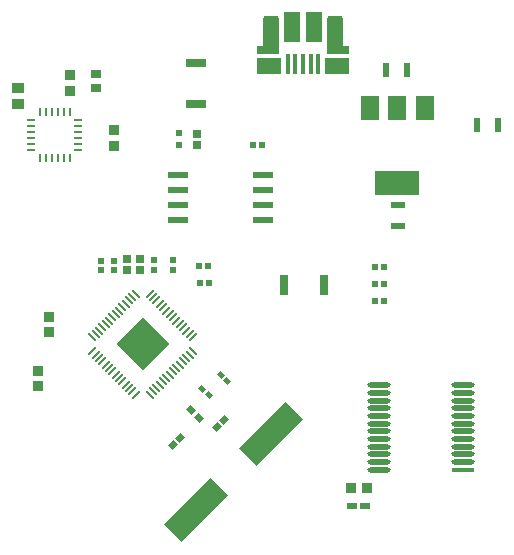
<source format=gtp>
G04*
G04 #@! TF.GenerationSoftware,Altium Limited,Altium Designer,22.11.1 (43)*
G04*
G04 Layer_Color=8421504*
%FSLAX25Y25*%
%MOIN*%
G70*
G04*
G04 #@! TF.SameCoordinates,256A903A-EE05-4266-A9F3-2A002FD68AA6*
G04*
G04*
G04 #@! TF.FilePolarity,Positive*
G04*
G01*
G75*
G04:AMPARAMS|DCode=19|XSize=42.69mil|YSize=42.69mil|CornerRadius=4.91mil|HoleSize=0mil|Usage=FLASHONLY|Rotation=45.000|XOffset=0mil|YOffset=0mil|HoleType=Round|Shape=RoundedRectangle|*
%AMROUNDEDRECTD19*
21,1,0.04269,0.03288,0,0,45.0*
21,1,0.03288,0.04269,0,0,45.0*
1,1,0.00982,0.02325,0.00000*
1,1,0.00982,0.00000,-0.02325*
1,1,0.00982,-0.02325,0.00000*
1,1,0.00982,0.00000,0.02325*
%
%ADD19ROUNDEDRECTD19*%
%ADD20R,0.01024X0.03110*%
%ADD21R,0.03110X0.01024*%
G04:AMPARAMS|DCode=22|XSize=220.47mil|YSize=82.68mil|CornerRadius=0mil|HoleSize=0mil|Usage=FLASHONLY|Rotation=45.000|XOffset=0mil|YOffset=0mil|HoleType=Round|Shape=Rectangle|*
%AMROTATEDRECTD22*
4,1,4,-0.04872,-0.10718,-0.10718,-0.04872,0.04872,0.10718,0.10718,0.04872,-0.04872,-0.10718,0.0*
%
%ADD22ROTATEDRECTD22*%

G04:AMPARAMS|DCode=23|XSize=76.91mil|YSize=17.01mil|CornerRadius=8.51mil|HoleSize=0mil|Usage=FLASHONLY|Rotation=180.000|XOffset=0mil|YOffset=0mil|HoleType=Round|Shape=RoundedRectangle|*
%AMROUNDEDRECTD23*
21,1,0.07691,0.00000,0,0,180.0*
21,1,0.05990,0.01701,0,0,180.0*
1,1,0.01701,-0.02995,0.00000*
1,1,0.01701,0.02995,0.00000*
1,1,0.01701,0.02995,0.00000*
1,1,0.01701,-0.02995,0.00000*
%
%ADD23ROUNDEDRECTD23*%
%ADD24R,0.07691X0.01701*%
G04:AMPARAMS|DCode=25|XSize=7.87mil|YSize=34.45mil|CornerRadius=0.98mil|HoleSize=0mil|Usage=FLASHONLY|Rotation=45.000|XOffset=0mil|YOffset=0mil|HoleType=Round|Shape=RoundedRectangle|*
%AMROUNDEDRECTD25*
21,1,0.00787,0.03248,0,0,45.0*
21,1,0.00591,0.03445,0,0,45.0*
1,1,0.00197,0.01357,-0.00940*
1,1,0.00197,0.00940,-0.01357*
1,1,0.00197,-0.01357,0.00940*
1,1,0.00197,-0.00940,0.01357*
%
%ADD25ROUNDEDRECTD25*%
G04:AMPARAMS|DCode=26|XSize=34.45mil|YSize=7.87mil|CornerRadius=0.98mil|HoleSize=0mil|Usage=FLASHONLY|Rotation=45.000|XOffset=0mil|YOffset=0mil|HoleType=Round|Shape=RoundedRectangle|*
%AMROUNDEDRECTD26*
21,1,0.03445,0.00591,0,0,45.0*
21,1,0.03248,0.00787,0,0,45.0*
1,1,0.00197,0.01357,0.00940*
1,1,0.00197,-0.00940,-0.01357*
1,1,0.00197,-0.01357,-0.00940*
1,1,0.00197,0.00940,0.01357*
%
%ADD26ROUNDEDRECTD26*%
G04:AMPARAMS|DCode=27|XSize=125.98mil|YSize=125.98mil|CornerRadius=2.52mil|HoleSize=0mil|Usage=FLASHONLY|Rotation=45.000|XOffset=0mil|YOffset=0mil|HoleType=Round|Shape=RoundedRectangle|*
%AMROUNDEDRECTD27*
21,1,0.12598,0.12095,0,0,45.0*
21,1,0.12095,0.12598,0,0,45.0*
1,1,0.00504,0.08552,0.00000*
1,1,0.00504,0.00000,-0.08552*
1,1,0.00504,-0.08552,0.00000*
1,1,0.00504,0.00000,0.08552*
%
%ADD27ROUNDEDRECTD27*%
G04:AMPARAMS|DCode=28|XSize=63.39mil|YSize=22.84mil|CornerRadius=2.85mil|HoleSize=0mil|Usage=FLASHONLY|Rotation=0.000|XOffset=0mil|YOffset=0mil|HoleType=Round|Shape=RoundedRectangle|*
%AMROUNDEDRECTD28*
21,1,0.06339,0.01713,0,0,0.0*
21,1,0.05768,0.02284,0,0,0.0*
1,1,0.00571,0.02884,-0.00856*
1,1,0.00571,-0.02884,-0.00856*
1,1,0.00571,-0.02884,0.00856*
1,1,0.00571,0.02884,0.00856*
%
%ADD28ROUNDEDRECTD28*%
%ADD29R,0.03150X0.06693*%
%ADD30R,0.06693X0.03150*%
%ADD31R,0.03568X0.03366*%
G04:AMPARAMS|DCode=32|XSize=19.68mil|YSize=23.62mil|CornerRadius=0mil|HoleSize=0mil|Usage=FLASHONLY|Rotation=225.000|XOffset=0mil|YOffset=0mil|HoleType=Round|Shape=Rectangle|*
%AMROTATEDRECTD32*
4,1,4,-0.00139,0.01531,0.01531,-0.00139,0.00139,-0.01531,-0.01531,0.00139,-0.00139,0.01531,0.0*
%
%ADD32ROTATEDRECTD32*%

%ADD33R,0.02559X0.02756*%
%ADD34R,0.01968X0.02362*%
%ADD35R,0.07185X0.02756*%
G04:AMPARAMS|DCode=36|XSize=51.18mil|YSize=127.95mil|CornerRadius=7.68mil|HoleSize=0mil|Usage=FLASHONLY|Rotation=180.000|XOffset=0mil|YOffset=0mil|HoleType=Round|Shape=RoundedRectangle|*
%AMROUNDEDRECTD36*
21,1,0.05118,0.11260,0,0,180.0*
21,1,0.03583,0.12795,0,0,180.0*
1,1,0.01535,-0.01791,0.05630*
1,1,0.01535,0.01791,0.05630*
1,1,0.01535,0.01791,-0.05630*
1,1,0.01535,-0.01791,-0.05630*
%
%ADD36ROUNDEDRECTD36*%
%ADD37R,0.07874X0.05748*%
%ADD38R,0.01575X0.06890*%
%ADD39R,0.05610X0.09843*%
%ADD40R,0.03543X0.03347*%
%ADD41R,0.03937X0.03543*%
%ADD42R,0.03543X0.02953*%
%ADD43R,0.03740X0.02165*%
%ADD44R,0.03347X0.03543*%
%ADD45R,0.02362X0.04921*%
%ADD46R,0.02029X0.01860*%
G04:AMPARAMS|DCode=47|XSize=20.29mil|YSize=18.6mil|CornerRadius=0mil|HoleSize=0mil|Usage=FLASHONLY|Rotation=315.000|XOffset=0mil|YOffset=0mil|HoleType=Round|Shape=Rectangle|*
%AMROTATEDRECTD47*
4,1,4,-0.01375,0.00060,-0.00060,0.01375,0.01375,-0.00060,0.00060,-0.01375,-0.01375,0.00060,0.0*
%
%ADD47ROTATEDRECTD47*%

%ADD48R,0.02254X0.02423*%
%ADD49R,0.01860X0.02029*%
%ADD50R,0.04921X0.02362*%
G04:AMPARAMS|DCode=51|XSize=24.23mil|YSize=22.54mil|CornerRadius=0mil|HoleSize=0mil|Usage=FLASHONLY|Rotation=45.000|XOffset=0mil|YOffset=0mil|HoleType=Round|Shape=Rectangle|*
%AMROTATEDRECTD51*
4,1,4,-0.00060,-0.01653,-0.01653,-0.00060,0.00060,0.01653,0.01653,0.00060,-0.00060,-0.01653,0.0*
%
%ADD51ROTATEDRECTD51*%

%ADD52R,0.05906X0.07874*%
%ADD53R,0.14961X0.07874*%
D19*
X-134842Y-101488D02*
D03*
X-138391Y-97938D02*
D03*
Y-105037D02*
D03*
X-141941Y-101488D02*
D03*
D20*
X-172638Y-39547D02*
D03*
X-170669D02*
D03*
X-168701D02*
D03*
X-166732D02*
D03*
X-164764D02*
D03*
X-162795D02*
D03*
Y-24035D02*
D03*
X-164764D02*
D03*
X-166732D02*
D03*
X-168701D02*
D03*
X-170669D02*
D03*
X-172638D02*
D03*
D21*
X-159961Y-36713D02*
D03*
Y-34744D02*
D03*
Y-32776D02*
D03*
Y-30807D02*
D03*
Y-28839D02*
D03*
Y-26870D02*
D03*
X-175472D02*
D03*
Y-28839D02*
D03*
Y-30807D02*
D03*
Y-32776D02*
D03*
Y-34744D02*
D03*
Y-36713D02*
D03*
D22*
X-120626Y-156613D02*
D03*
X-95571Y-131558D02*
D03*
D23*
X-59548Y-143307D02*
D03*
Y-140748D02*
D03*
Y-138189D02*
D03*
Y-135630D02*
D03*
Y-133071D02*
D03*
Y-130512D02*
D03*
Y-127953D02*
D03*
Y-125394D02*
D03*
Y-122835D02*
D03*
Y-120276D02*
D03*
Y-117717D02*
D03*
Y-115157D02*
D03*
X-31790D02*
D03*
Y-117717D02*
D03*
Y-120276D02*
D03*
Y-122835D02*
D03*
Y-125394D02*
D03*
Y-127953D02*
D03*
Y-130512D02*
D03*
Y-133071D02*
D03*
Y-135630D02*
D03*
Y-138189D02*
D03*
Y-140748D02*
D03*
D24*
Y-143307D02*
D03*
D25*
X-155199Y-99156D02*
D03*
X-154086Y-98043D02*
D03*
X-152972Y-96929D02*
D03*
X-151858Y-95816D02*
D03*
X-150745Y-94702D02*
D03*
X-149631Y-93589D02*
D03*
X-148518Y-92475D02*
D03*
X-147404Y-91361D02*
D03*
X-146291Y-90248D02*
D03*
X-145177Y-89134D02*
D03*
X-144064Y-88021D02*
D03*
X-142950Y-86907D02*
D03*
X-141837Y-85794D02*
D03*
X-140723Y-84680D02*
D03*
X-121584Y-103819D02*
D03*
X-122697Y-104933D02*
D03*
X-123811Y-106046D02*
D03*
X-124924Y-107160D02*
D03*
X-126038Y-108273D02*
D03*
X-127152Y-109387D02*
D03*
X-128265Y-110501D02*
D03*
X-129379Y-111614D02*
D03*
X-130492Y-112728D02*
D03*
X-131606Y-113841D02*
D03*
X-132719Y-114955D02*
D03*
X-133833Y-116068D02*
D03*
X-134946Y-117182D02*
D03*
X-136060Y-118296D02*
D03*
D26*
Y-84680D02*
D03*
X-134946Y-85794D02*
D03*
X-133833Y-86907D02*
D03*
X-132719Y-88021D02*
D03*
X-131606Y-89134D02*
D03*
X-130492Y-90248D02*
D03*
X-129379Y-91361D02*
D03*
X-128265Y-92475D02*
D03*
X-127152Y-93589D02*
D03*
X-126038Y-94702D02*
D03*
X-124924Y-95816D02*
D03*
X-123811Y-96929D02*
D03*
X-122697Y-98043D02*
D03*
X-121584Y-99156D02*
D03*
X-140723Y-118296D02*
D03*
X-141837Y-117182D02*
D03*
X-142950Y-116068D02*
D03*
X-144064Y-114955D02*
D03*
X-145177Y-113841D02*
D03*
X-146291Y-112728D02*
D03*
X-147404Y-111614D02*
D03*
X-148518Y-110501D02*
D03*
X-149631Y-109387D02*
D03*
X-150745Y-108273D02*
D03*
X-151858Y-107160D02*
D03*
X-152972Y-106046D02*
D03*
X-154086Y-104933D02*
D03*
X-155199Y-103819D02*
D03*
D27*
X-138391Y-101488D02*
D03*
D28*
X-98169Y-45158D02*
D03*
Y-50157D02*
D03*
Y-55158D02*
D03*
Y-60158D02*
D03*
X-126555D02*
D03*
Y-55158D02*
D03*
Y-50157D02*
D03*
Y-45158D02*
D03*
D29*
X-91339Y-81693D02*
D03*
X-77953D02*
D03*
D30*
X-120472Y-21260D02*
D03*
Y-7874D02*
D03*
D31*
X-169685Y-97345D02*
D03*
Y-92419D02*
D03*
X-173228Y-110428D02*
D03*
Y-115354D02*
D03*
D32*
X-122343Y-123290D02*
D03*
X-119559Y-126074D02*
D03*
D33*
X-139469Y-76772D02*
D03*
Y-73032D02*
D03*
X-143602Y-76772D02*
D03*
Y-73032D02*
D03*
X-120433Y-31260D02*
D03*
Y-35000D02*
D03*
D34*
X-126339Y-35098D02*
D03*
Y-31161D02*
D03*
D35*
X-96762Y-3543D02*
D03*
X-73238D02*
D03*
D36*
X-95728Y1476D02*
D03*
X-74272D02*
D03*
D37*
X-73583Y-8779D02*
D03*
X-96417D02*
D03*
D38*
X-79882Y-7972D02*
D03*
X-82441D02*
D03*
X-85000D02*
D03*
X-87559D02*
D03*
X-90118D02*
D03*
D39*
X-81211Y4134D02*
D03*
X-88789D02*
D03*
D40*
X-162697Y-11811D02*
D03*
Y-16929D02*
D03*
X-147835Y-35335D02*
D03*
Y-30217D02*
D03*
D41*
X-179921Y-15945D02*
D03*
Y-21260D02*
D03*
D42*
X-153937Y-11417D02*
D03*
Y-16142D02*
D03*
D43*
X-68799Y-155512D02*
D03*
X-64272D02*
D03*
D44*
X-63779Y-149409D02*
D03*
X-68898D02*
D03*
D45*
X-19980Y-28346D02*
D03*
X-27067D02*
D03*
X-50207Y-10236D02*
D03*
X-57293D02*
D03*
D46*
X-57978Y-81496D02*
D03*
X-60959D02*
D03*
X-57978Y-87008D02*
D03*
X-60959D02*
D03*
X-116634Y-75492D02*
D03*
X-119615D02*
D03*
X-57958Y-75886D02*
D03*
X-60939D02*
D03*
X-116324Y-81004D02*
D03*
X-119305D02*
D03*
X-101510Y-35157D02*
D03*
X-98529D02*
D03*
D47*
X-116437Y-118566D02*
D03*
X-118545Y-116458D02*
D03*
X-110265Y-113714D02*
D03*
X-112373Y-111606D02*
D03*
D48*
X-128445Y-73510D02*
D03*
Y-76884D02*
D03*
X-134646Y-73510D02*
D03*
Y-76884D02*
D03*
D49*
X-148076Y-73706D02*
D03*
Y-76687D02*
D03*
X-152165Y-73706D02*
D03*
Y-76687D02*
D03*
D50*
X-53347Y-62205D02*
D03*
Y-55118D02*
D03*
D51*
X-111295Y-126809D02*
D03*
X-113681Y-129196D02*
D03*
X-128272Y-135125D02*
D03*
X-125886Y-132739D02*
D03*
D52*
X-44449Y-22835D02*
D03*
X-62559D02*
D03*
X-53504D02*
D03*
D53*
Y-47638D02*
D03*
M02*

</source>
